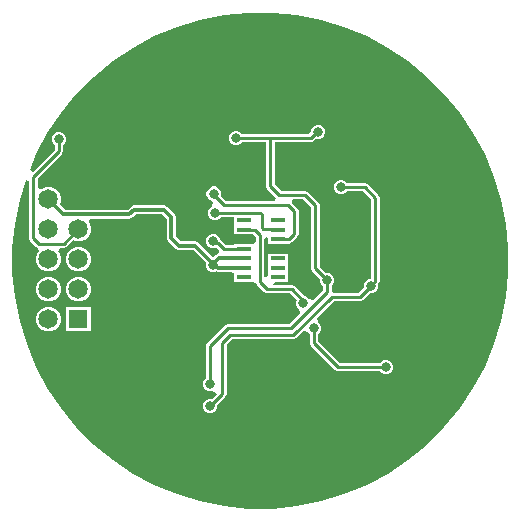
<source format=gbl>
G04*
G04 #@! TF.GenerationSoftware,Altium Limited,Altium Designer,23.4.1 (23)*
G04*
G04 Layer_Physical_Order=2*
G04 Layer_Color=16711680*
%FSLAX44Y44*%
%MOMM*%
G71*
G04*
G04 #@! TF.SameCoordinates,64D97932-1E9C-4803-83F2-7C732265FDC7*
G04*
G04*
G04 #@! TF.FilePolarity,Positive*
G04*
G01*
G75*
%ADD10C,0.2540*%
%ADD44C,0.3000*%
%ADD45C,1.6500*%
%ADD46R,1.6500X1.6500*%
%ADD47C,0.8000*%
%ADD48R,1.2500X0.3500*%
G36*
X242121Y432978D02*
X262357Y428952D01*
X282102Y422963D01*
X301165Y415067D01*
X319362Y405340D01*
X336518Y393877D01*
X352467Y380787D01*
X367057Y366198D01*
X380147Y350248D01*
X391610Y333092D01*
X401337Y314895D01*
X409233Y295832D01*
X415222Y276087D01*
X419248Y255851D01*
X421270Y235317D01*
Y225000D01*
X421270Y214683D01*
X419248Y194149D01*
X415222Y173913D01*
X409233Y154168D01*
X401337Y135105D01*
X391610Y116908D01*
X380147Y99752D01*
X367057Y83802D01*
X352467Y69213D01*
X336518Y56123D01*
X319362Y44660D01*
X301165Y34933D01*
X282102Y27037D01*
X262357Y21048D01*
X242121Y17022D01*
X221587Y15000D01*
X200953D01*
X180419Y17022D01*
X160183Y21048D01*
X140438Y27037D01*
X121375Y34933D01*
X103178Y44660D01*
X86022Y56123D01*
X70072Y69213D01*
X55483Y83802D01*
X42393Y99752D01*
X30930Y116908D01*
X21203Y135105D01*
X13307Y154168D01*
X7318Y173913D01*
X3292Y194149D01*
X1270Y214683D01*
Y225000D01*
Y235317D01*
X3292Y255851D01*
X7318Y276087D01*
X12511Y293206D01*
X15511Y292761D01*
Y243840D01*
X16547Y241337D01*
X21627Y236257D01*
X22746Y235794D01*
X23634Y232483D01*
X23624Y232430D01*
X23061Y231866D01*
X21500Y228099D01*
Y224021D01*
X23061Y220254D01*
X25944Y217370D01*
X29711Y215810D01*
X33789D01*
X37556Y217370D01*
X40440Y220254D01*
X42000Y224021D01*
Y228099D01*
X40440Y231866D01*
X39995Y232311D01*
X41238Y235311D01*
X44540D01*
X47043Y236347D01*
X52844Y242149D01*
X55111Y241210D01*
X59189D01*
X62956Y242771D01*
X65840Y245654D01*
X67400Y249421D01*
Y253499D01*
X65840Y257266D01*
X65734Y257372D01*
X66977Y260372D01*
X100330D01*
X100330Y260372D01*
X103009Y261481D01*
X105709Y264182D01*
X127971D01*
X132102Y260051D01*
Y243840D01*
X132102Y243840D01*
X133211Y241161D01*
X139561Y234811D01*
X139561Y234811D01*
X142240Y233702D01*
X154641D01*
X165473Y222870D01*
X165450Y222815D01*
Y220428D01*
X166363Y218223D01*
X168051Y216535D01*
X170257Y215622D01*
X172644D01*
X173600Y216018D01*
X175668Y215162D01*
X175668Y215162D01*
X185921D01*
X188730Y214700D01*
X188730Y212162D01*
Y207200D01*
X204509D01*
X205345Y207143D01*
X207716Y205959D01*
X208317Y204507D01*
X214667Y198157D01*
X217170Y197121D01*
X236231D01*
X242024Y191327D01*
X241650Y190424D01*
Y188036D01*
X242563Y185831D01*
X244251Y184144D01*
X244761Y180685D01*
X235255Y171179D01*
X184150D01*
X181647Y170143D01*
X166407Y154903D01*
X165371Y152400D01*
Y125596D01*
X163823Y124049D01*
X162910Y121844D01*
Y119457D01*
X163823Y117251D01*
X165511Y115563D01*
X167717Y114650D01*
X170103D01*
X170553Y114836D01*
X173894Y113244D01*
X173907Y113225D01*
X174165Y111861D01*
X169904Y107600D01*
X167717D01*
X165511Y106687D01*
X163823Y104999D01*
X162910Y102794D01*
Y100407D01*
X163823Y98201D01*
X165511Y96513D01*
X167717Y95600D01*
X170103D01*
X172309Y96513D01*
X173997Y98201D01*
X174910Y100407D01*
Y102594D01*
X181573Y109257D01*
X182609Y111760D01*
Y153474D01*
X187322Y158186D01*
X239196D01*
X241699Y159223D01*
X247770Y165294D01*
X251309Y164591D01*
X251453Y164241D01*
X253001Y162694D01*
Y154940D01*
X254037Y152437D01*
X274357Y132117D01*
X276860Y131081D01*
X312554D01*
X314101Y129533D01*
X316306Y128620D01*
X318694D01*
X320899Y129533D01*
X322587Y131221D01*
X323500Y133427D01*
Y135814D01*
X322587Y138019D01*
X320899Y139707D01*
X318694Y140620D01*
X316306D01*
X314101Y139707D01*
X312554Y138159D01*
X278326D01*
X260079Y156406D01*
Y162694D01*
X261627Y164241D01*
X262540Y166446D01*
Y168834D01*
X261627Y171039D01*
X259939Y172727D01*
X259589Y172871D01*
X258885Y176410D01*
X273246Y190771D01*
X295910D01*
X298413Y191807D01*
X303806Y197200D01*
X305993D01*
X308199Y198113D01*
X309887Y199801D01*
X310800Y202006D01*
Y204394D01*
X310739Y204541D01*
X311113Y204915D01*
X312149Y207418D01*
Y278130D01*
X311113Y280633D01*
X302223Y289523D01*
X299720Y290559D01*
X284346D01*
X282799Y292107D01*
X280593Y293020D01*
X278207D01*
X276001Y292107D01*
X274313Y290419D01*
X273400Y288214D01*
Y285826D01*
X274313Y283621D01*
X276001Y281933D01*
X278207Y281020D01*
X280593D01*
X282799Y281933D01*
X284346Y283481D01*
X298254D01*
X305071Y276664D01*
Y209200D01*
X303606D01*
X301401Y208287D01*
X299713Y206599D01*
X298800Y204394D01*
Y202206D01*
X294444Y197849D01*
X274281D01*
X271723Y198436D01*
X271509Y200621D01*
Y203334D01*
X273057Y204881D01*
X273970Y207087D01*
Y209473D01*
X273057Y211679D01*
X271369Y213367D01*
X269163Y214280D01*
X266975D01*
X261349Y219906D01*
Y271780D01*
X260313Y274283D01*
X251423Y283173D01*
X248920Y284209D01*
X228796D01*
X223249Y289756D01*
Y325391D01*
X253792D01*
X256295Y326427D01*
X258253Y328385D01*
X259156Y328010D01*
X261544D01*
X263749Y328923D01*
X265437Y330611D01*
X266350Y332817D01*
Y335204D01*
X265437Y337409D01*
X263749Y339097D01*
X261544Y340010D01*
X259156D01*
X256951Y339097D01*
X255263Y337409D01*
X254350Y335204D01*
Y334493D01*
X252326Y332469D01*
X195446D01*
X193899Y334017D01*
X191693Y334930D01*
X189307D01*
X187101Y334017D01*
X185413Y332329D01*
X184500Y330123D01*
Y327737D01*
X185413Y325531D01*
X187101Y323843D01*
X189307Y322930D01*
X191693D01*
X193899Y323843D01*
X195446Y325391D01*
X216171D01*
Y288290D01*
X217207Y285787D01*
X224675Y278319D01*
X224620Y277556D01*
X223863Y275319D01*
X181806D01*
X177295Y279831D01*
X177580Y280520D01*
Y282906D01*
X176667Y285112D01*
X174979Y286800D01*
X172774Y287713D01*
X170387D01*
X168182Y286800D01*
X166494Y285112D01*
X165580Y282906D01*
Y280520D01*
X166494Y278314D01*
X168182Y276626D01*
X170387Y275713D01*
X171236Y274303D01*
X170116Y270947D01*
X169321Y270618D01*
X167633Y268930D01*
X166720Y266725D01*
Y264338D01*
X167633Y262132D01*
X169321Y260445D01*
X171527Y259531D01*
X173913D01*
X176119Y260445D01*
X177666Y261992D01*
X188730D01*
Y255200D01*
X188730D01*
Y254700D01*
X188730D01*
Y247200D01*
X204995D01*
X207281Y244914D01*
Y240851D01*
X205230Y238700D01*
X204281Y238700D01*
X188730D01*
Y238489D01*
X181806D01*
X177537Y242758D01*
X177450Y242794D01*
Y243092D01*
X176537Y245298D01*
X174849Y246986D01*
X172644Y247899D01*
X170257D01*
X168051Y246986D01*
X166363Y245298D01*
X165450Y243092D01*
Y240706D01*
X166363Y238500D01*
X168051Y236812D01*
X170257Y235899D01*
X172644D01*
X173875Y236409D01*
X176546Y233738D01*
X176391Y232563D01*
X175551Y230490D01*
X173471Y229629D01*
X170899Y228159D01*
X158889Y240169D01*
X156210Y241278D01*
X156210Y241278D01*
X143809D01*
X139678Y245409D01*
Y261620D01*
X139678Y261620D01*
X138569Y264299D01*
X132219Y270649D01*
X129540Y271758D01*
X129540Y271758D01*
X104140D01*
X104140Y271758D01*
X101461Y270649D01*
X98761Y267948D01*
X46019D01*
X41164Y272803D01*
X42000Y274821D01*
Y278899D01*
X40440Y282666D01*
X37556Y285550D01*
X33789Y287110D01*
X29711D01*
X25944Y285550D01*
X25589Y285195D01*
X22589Y286438D01*
Y294444D01*
X43143Y314997D01*
X44179Y317500D01*
Y322714D01*
X45727Y324261D01*
X46640Y326466D01*
Y328853D01*
X45727Y331059D01*
X44039Y332747D01*
X41834Y333660D01*
X39446D01*
X37241Y332747D01*
X35553Y331059D01*
X34640Y328853D01*
Y326466D01*
X35553Y324261D01*
X37101Y322714D01*
Y318966D01*
X18384Y300250D01*
X15841Y301949D01*
X21203Y314895D01*
X30930Y333092D01*
X42393Y350248D01*
X55483Y366198D01*
X70072Y380787D01*
X86022Y393877D01*
X103178Y405340D01*
X121375Y415067D01*
X140438Y422963D01*
X160183Y428952D01*
X180419Y432978D01*
X200953Y435000D01*
X221587D01*
X242121Y432978D01*
D02*
G37*
G36*
X254271Y270314D02*
Y218440D01*
X255307Y215937D01*
X261970Y209275D01*
Y207087D01*
X262883Y204881D01*
X264431Y203334D01*
Y199951D01*
X256313Y191834D01*
X252774Y192538D01*
X252737Y192629D01*
X251049Y194317D01*
X248843Y195230D01*
X248133D01*
X240200Y203163D01*
X237698Y204199D01*
X221882D01*
X221882Y204200D01*
X223486Y207200D01*
X234310D01*
X234310Y214700D01*
X234310Y217700D01*
X234310Y222700D01*
X234310Y225700D01*
Y230700D01*
X217810D01*
X217810Y223200D01*
X217810Y220200D01*
X217810Y215200D01*
X217810Y212388D01*
X217439Y212025D01*
X214810Y210785D01*
X214359Y211086D01*
Y243457D01*
X216885Y244942D01*
X217810Y244426D01*
Y239200D01*
X234310D01*
Y239411D01*
X235330D01*
X237833Y240447D01*
X242533Y245147D01*
X243569Y247650D01*
Y266700D01*
X242533Y269203D01*
X237605Y274131D01*
X237660Y274894D01*
X238417Y277131D01*
X247454D01*
X254271Y270314D01*
D02*
G37*
%LPC*%
G36*
X59189Y236310D02*
X55111D01*
X51344Y234750D01*
X48460Y231866D01*
X46900Y228099D01*
Y224021D01*
X48460Y220254D01*
X51344Y217370D01*
X55111Y215810D01*
X59189D01*
X62956Y217370D01*
X65840Y220254D01*
X67400Y224021D01*
Y228099D01*
X65840Y231866D01*
X62956Y234750D01*
X59189Y236310D01*
D02*
G37*
G36*
Y210910D02*
X55111D01*
X51344Y209349D01*
X48460Y206466D01*
X46900Y202699D01*
Y198621D01*
X48460Y194854D01*
X51344Y191971D01*
X55111Y190410D01*
X59189D01*
X62956Y191971D01*
X65840Y194854D01*
X67400Y198621D01*
Y202699D01*
X65840Y206466D01*
X62956Y209349D01*
X59189Y210910D01*
D02*
G37*
G36*
X33789D02*
X29711D01*
X25944Y209349D01*
X23061Y206466D01*
X21500Y202699D01*
Y198621D01*
X23061Y194854D01*
X25944Y191971D01*
X29711Y190410D01*
X33789D01*
X37556Y191971D01*
X40440Y194854D01*
X42000Y198621D01*
Y202699D01*
X40440Y206466D01*
X37556Y209349D01*
X33789Y210910D01*
D02*
G37*
G36*
X67400Y185510D02*
X46900D01*
Y165010D01*
X67400D01*
Y185510D01*
D02*
G37*
G36*
X33789D02*
X29711D01*
X25944Y183950D01*
X23061Y181066D01*
X21500Y177299D01*
Y173221D01*
X23061Y169454D01*
X25944Y166570D01*
X29711Y165010D01*
X33789D01*
X37556Y166570D01*
X40440Y169454D01*
X42000Y173221D01*
Y177299D01*
X40440Y181066D01*
X37556Y183950D01*
X33789Y185510D01*
D02*
G37*
%LPD*%
D10*
X279400Y287020D02*
X299720D01*
X308610Y278130D01*
X220146Y328930D02*
X253792D01*
X258873Y334010D01*
X260350D01*
X213678Y251430D02*
X225580D01*
X210703Y265531D02*
X212190Y264043D01*
Y252918D02*
X213678Y251430D01*
X172720Y265531D02*
X210703D01*
X212190Y252918D02*
Y264043D01*
X256540Y154940D02*
X276860Y134620D01*
X317500D01*
X256540Y154940D02*
Y167640D01*
X217170Y200660D02*
X237698D01*
X247650Y190707D01*
Y189230D02*
Y190707D01*
X185856Y161726D02*
X239196D01*
X271780Y194310D02*
X295910D01*
X239196Y161726D02*
X271780Y194310D01*
X267970Y198485D02*
Y208280D01*
X248691Y179610D02*
X249095D01*
X267970Y198485D01*
X184150Y167640D02*
X236721D01*
X248691Y179610D01*
X179070Y111760D02*
Y154940D01*
X185856Y161726D01*
X257810Y218440D02*
X267970Y208280D01*
X210820Y207010D02*
X217170Y200660D01*
X210820Y207010D02*
Y246380D01*
X196980Y250950D02*
X206250D01*
X210820Y246380D01*
X181610Y250190D02*
X188748Y243052D01*
X199418D01*
X199520Y242950D01*
X40640Y317500D02*
Y327660D01*
X19050Y295910D02*
X40640Y317500D01*
X19050Y243840D02*
X24130Y238760D01*
X19050Y243840D02*
Y295910D01*
X44540Y238850D02*
X57150Y251460D01*
X35650Y238850D02*
X44540D01*
X35560Y238760D02*
X35650Y238850D01*
X24130Y238760D02*
X35560D01*
X235330Y242950D02*
X240030Y247650D01*
X234950Y271780D02*
X240030Y266700D01*
Y247650D02*
Y266700D01*
X223520Y242950D02*
X235330D01*
X225580Y251430D02*
X226060Y250950D01*
X174571Y240255D02*
X175035D01*
X172927Y241899D02*
X174571Y240255D01*
X171450Y241899D02*
X172927D01*
X180340Y234950D02*
X199520D01*
X175035Y240255D02*
X180340Y234950D01*
X171580Y280540D02*
X180340Y271780D01*
X171580Y280540D02*
Y281713D01*
X180340Y271780D02*
X234950D01*
X304849Y203249D02*
Y203657D01*
X308610Y207418D01*
Y278130D01*
X295910Y194310D02*
X304849Y203249D01*
X257810Y218440D02*
Y271780D01*
X248920Y280670D02*
X257810Y271780D01*
X227330Y280670D02*
X248920D01*
X219710Y288290D02*
X227330Y280670D01*
X219710Y328494D02*
X220146Y328930D01*
X219710Y288290D02*
Y328494D01*
X190500Y328930D02*
X220146D01*
X168910Y120650D02*
Y152400D01*
X184150Y167640D01*
X168910Y101600D02*
X179070Y111760D01*
D44*
X100330Y264160D02*
X104140Y267970D01*
X129540D01*
X135890Y261620D01*
Y243840D02*
Y261620D01*
X44450Y264160D02*
X100330D01*
X31750Y276860D02*
X44450Y264160D01*
X171450Y221622D02*
Y222250D01*
X156210Y237490D02*
X171450Y222250D01*
X142240Y237490D02*
X156210D01*
X135890Y243840D02*
X142240Y237490D01*
X176150Y226950D02*
X199520D01*
X171450Y222250D02*
X176150Y226950D01*
X175668Y218950D02*
X199520D01*
X172368Y222250D02*
X175668Y218950D01*
X171450Y222250D02*
X172368D01*
D45*
X31750Y200660D02*
D03*
X57150D02*
D03*
X31750Y175260D02*
D03*
X57150Y226060D02*
D03*
X31750D02*
D03*
X57150Y251460D02*
D03*
Y276860D02*
D03*
X31750Y251460D02*
D03*
Y276860D02*
D03*
D46*
X57150Y175260D02*
D03*
D47*
X267970Y278130D02*
D03*
X279400Y287020D02*
D03*
X260350Y334010D02*
D03*
X317500Y134620D02*
D03*
X256540Y167640D02*
D03*
X247650Y189230D02*
D03*
X40640Y327660D02*
D03*
X204470Y95250D02*
D03*
X278130Y240030D02*
D03*
X181610Y250190D02*
D03*
X232410Y417830D02*
D03*
X318770Y237490D02*
D03*
X383540Y127000D02*
D03*
X241300Y104140D02*
D03*
X242570Y68580D02*
D03*
X290830Y205740D02*
D03*
X304800Y203200D02*
D03*
X190500Y328930D02*
D03*
X171580Y281713D02*
D03*
X172720Y265531D02*
D03*
X171450Y241899D02*
D03*
Y221622D02*
D03*
X267970Y208280D02*
D03*
X168910Y101600D02*
D03*
Y120650D02*
D03*
D48*
X226060Y250950D02*
D03*
Y242950D02*
D03*
Y234950D02*
D03*
Y226950D02*
D03*
Y218950D02*
D03*
Y210950D02*
D03*
Y258950D02*
D03*
X196980Y210950D02*
D03*
Y218950D02*
D03*
Y226950D02*
D03*
Y234950D02*
D03*
Y242950D02*
D03*
Y250950D02*
D03*
Y258950D02*
D03*
M02*

</source>
